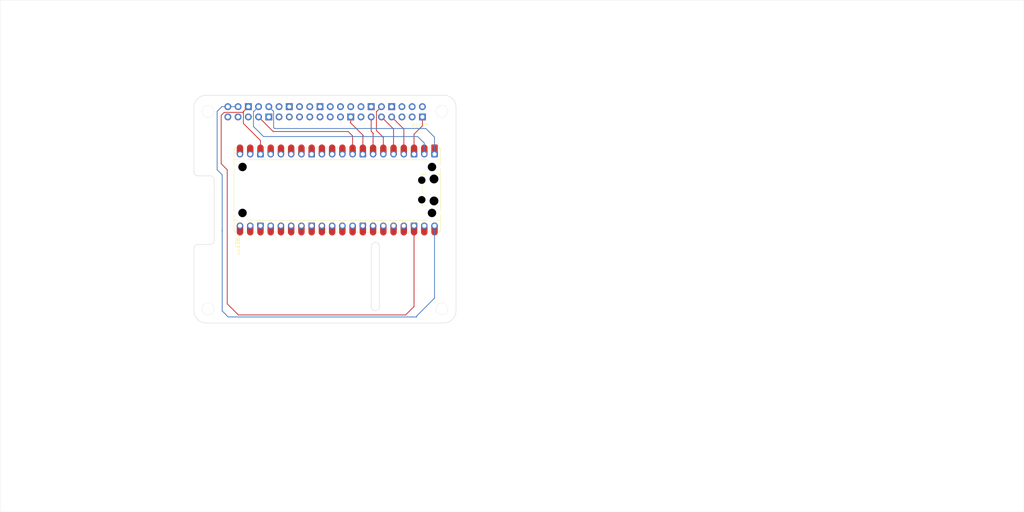
<source format=kicad_pcb>
(kicad_pcb (version 20240108) (generator "pcbnew") (generator_version "8.0")
  (layers (0 "F.Cu" signal) (31 "B.Cu" signal) (34 "B.Paste" user) (35 "F.Paste" user) (36 "B.SilkS" user "B.Silkscreen") (37 "F.SilkS" user "F.Silkscreen") (38 "B.Mask" user) (39 "F.Mask" user) (44 "Edge.Cuts" user))
  (net 0 "")
  (footprint "RPI_Hat:RPI_Hat_B+" (layer "F.Cu") (at 106 53)
    (property "Reference" "REF**" (at 23.5 3.5 0) (layer "F.SilkS") (effects (font (thickness 0.1))))
    (property "Value" "RPI_Hat_B+")
    (fp_line (start -32.5 -1) (end -32.5 15) (stroke (width 0.1)) (layer "Edge.Cuts"))
    (fp_line (start -32.5 34) (end -32.5 49.5) (stroke (width 0.1)) (layer "Edge.Cuts"))
    (fp_line (start -31.5 16) (end -28.5 16) (stroke (width 0.1)) (layer "Edge.Cuts"))
    (fp_line (start -31.5 33) (end -28.5 33) (stroke (width 0.1)) (layer "Edge.Cuts"))
    (fp_line (start -29.5 -4) (end 29.5 -4) (stroke (width 0.1)) (layer "Edge.Cuts"))
    (fp_line (start -29.5 52.5) (end 29.5 52.5) (stroke (width 0.1)) (layer "Edge.Cuts"))
    (fp_line (start -27.5 17) (end -27.5 32) (stroke (width 0.1)) (layer "Edge.Cuts"))
    (fp_line (start 11.5 33.5) (end 11.5 48.5) (stroke (width 0.1)) (layer "Edge.Cuts"))
    (fp_line (start 13.5 33.5) (end 13.5 48.5) (stroke (width 0.1)) (layer "Edge.Cuts"))
    (fp_line (start 32.5 -1) (end 32.5 49.5) (stroke (width 0.1)) (layer "Edge.Cuts"))
    (fp_arc (start -32.5 -1) (mid -31.62132 -3.12132) (end -29.5 -4) (stroke (width 0.1)) (layer "Edge.Cuts"))
    (fp_arc (start -32.5 34) (mid -32.207107 33.292893) (end -31.5 33) (stroke (width 0.1)) (layer "Edge.Cuts"))
    (fp_arc (start -31.5 16) (mid -32.207107 15.707107) (end -32.5 15) (stroke (width 0.1)) (layer "Edge.Cuts"))
    (fp_arc (start -29.5 52.5) (mid -31.62132 51.62132) (end -32.5 49.5) (stroke (width 0.1)) (layer "Edge.Cuts"))
    (fp_arc (start -28.5 16) (mid -27.792893 16.292893) (end -27.5 17) (stroke (width 0.1)) (layer "Edge.Cuts"))
    (fp_arc (start -27.5 32) (mid -27.792893 32.707107) (end -28.5 33) (stroke (width 0.1)) (layer "Edge.Cuts"))
    (fp_arc (start 11.5 33.5) (mid 12.5 32.5) (end 13.5 33.5) (stroke (width 0.1)) (layer "Edge.Cuts"))
    (fp_arc (start 13.5 48.5) (mid 12.5 49.5) (end 11.5 48.5) (stroke (width 0.1)) (layer "Edge.Cuts"))
    (fp_arc (start 29.5 -4) (mid 31.62132 -3.12132) (end 32.5 -1) (stroke (width 0.1)) (layer "Edge.Cuts"))
    (fp_arc (start 32.5 49.5) (mid 31.62132 51.62132) (end 29.5 52.5) (stroke (width 0.1)) (layer "Edge.Cuts"))
    (fp_circle (center -29 0) (end -30.500001 -0.000001) (stroke (width 0.05)) (fill none) (layer "Edge.Cuts"))
    (fp_circle (center -29 49) (end -30.500001 49.000001) (stroke (width 0.05)) (fill none) (layer "Edge.Cuts"))
    (fp_circle (center 29 0) (end 30.500001 -0.000001) (stroke (width 0.05)) (fill none) (layer "Edge.Cuts"))
    (fp_circle (center 29 49) (end 30.500001 49.000001) (stroke (width 0.05)) (fill none) (layer "Edge.Cuts"))
    (pad "1" thru_hole circle (at -24.1 1.378 90) (size 1.7 1.7) (drill 1) (layers "*.Cu" "*.Mask"))
    (pad "2" thru_hole oval (at -24.1 -1.162 90) (size 1.7 1.7) (drill 1) (layers "*.Cu" "*.Mask"))
    (pad "3" thru_hole oval (at -21.56 1.378 90) (size 1.7 1.7) (drill 1) (layers "*.Cu" "*.Mask"))
    (pad "4" thru_hole oval (at -21.56 -1.162 90) (size 1.7 1.7) (drill 1) (layers "*.Cu" "*.Mask"))
    (pad "5" thru_hole oval (at -19.02 1.378 90) (size 1.7 1.7) (drill 1) (layers "*.Cu" "*.Mask"))
    (pad "6" thru_hole rect (at -19.02 -1.162 90) (size 1.7 1.7) (drill 1) (layers "*.Cu" "*.Mask"))
    (pad "7" thru_hole oval (at -16.48 1.378 90) (size 1.7 1.7) (drill 1) (layers "*.Cu" "*.Mask"))
    (pad "8" thru_hole oval (at -16.48 -1.162 90) (size 1.7 1.7) (drill 1) (layers "*.Cu" "*.Mask"))
    (pad "9" thru_hole rect (at -13.94 1.378 90) (size 1.7 1.7) (drill 1) (layers "*.Cu" "*.Mask"))
    (pad "10" thru_hole oval (at -13.94 -1.162 90) (size 1.7 1.7) (drill 1) (layers "*.Cu" "*.Mask"))
    (pad "11" thru_hole oval (at -11.4 1.378 90) (size 1.7 1.7) (drill 1) (layers "*.Cu" "*.Mask"))
    (pad "12" thru_hole oval (at -11.4 -1.162 90) (size 1.7 1.7) (drill 1) (layers "*.Cu" "*.Mask"))
    (pad "13" thru_hole oval (at -8.86 1.378 90) (size 1.7 1.7) (drill 1) (layers "*.Cu" "*.Mask"))
    (pad "14" thru_hole rect (at -8.86 -1.162 90) (size 1.7 1.7) (drill 1) (layers "*.Cu" "*.Mask"))
    (pad "15" thru_hole oval (at -6.32 1.378 90) (size 1.7 1.7) (drill 1) (layers "*.Cu" "*.Mask"))
    (pad "16" thru_hole oval (at -6.32 -1.162 90) (size 1.7 1.7) (drill 1) (layers "*.Cu" "*.Mask"))
    (pad "17" thru_hole oval (at -3.78 1.378 90) (size 1.7 1.7) (drill 1) (layers "*.Cu" "*.Mask"))
    (pad "18" thru_hole oval (at -3.78 -1.162 90) (size 1.7 1.7) (drill 1) (layers "*.Cu" "*.Mask"))
    (pad "19" thru_hole oval (at -1.24 1.378 90) (size 1.7 1.7) (drill 1) (layers "*.Cu" "*.Mask"))
    (pad "20" thru_hole rect (at -1.24 -1.162 90) (size 1.7 1.7) (drill 1) (layers "*.Cu" "*.Mask"))
    (pad "21" thru_hole oval (at 1.3 1.378 90) (size 1.7 1.7) (drill 1) (layers "*.Cu" "*.Mask"))
    (pad "22" thru_hole oval (at 1.3 -1.162 90) (size 1.7 1.7) (drill 1) (layers "*.Cu" "*.Mask"))
    (pad "23" thru_hole oval (at 3.84 1.378 90) (size 1.7 1.7) (drill 1) (layers "*.Cu" "*.Mask"))
    (pad "24" thru_hole oval (at 3.84 -1.162 90) (size 1.7 1.7) (drill 1) (layers "*.Cu" "*.Mask"))
    (pad "25" thru_hole rect (at 6.38 1.378 90) (size 1.7 1.7) (drill 1) (layers "*.Cu" "*.Mask"))
    (pad "26" thru_hole oval (at 6.38 -1.162 90) (size 1.7 1.7) (drill 1) (layers "*.Cu" "*.Mask"))
    (pad "27" thru_hole oval (at 8.92 1.378 90) (size 1.7 1.7) (drill 1) (layers "*.Cu" "*.Mask"))
    (pad "28" thru_hole oval (at 8.92 -1.162 90) (size 1.7 1.7) (drill 1) (layers "*.Cu" "*.Mask"))
    (pad "29" thru_hole oval (at 11.46 1.378 90) (size 1.7 1.7) (drill 1) (layers "*.Cu" "*.Mask"))
    (pad "30" thru_hole rect (at 11.46 -1.162 90) (size 1.7 1.7) (drill 1) (layers "*.Cu" "*.Mask"))
    (pad "31" thru_hole oval (at 14 1.378 90) (size 1.7 1.7) (drill 1) (layers "*.Cu" "*.Mask"))
    (pad "32" thru_hole oval (at 14 -1.162 90) (size 1.7 1.7) (drill 1) (layers "*.Cu" "*.Mask"))
    (pad "33" thru_hole oval (at 16.54 1.378 90) (size 1.7 1.7) (drill 1) (layers "*.Cu" "*.Mask"))
    (pad "34" thru_hole rect (at 16.54 -1.162 90) (size 1.7 1.7) (drill 1) (layers "*.Cu" "*.Mask"))
    (pad "35" thru_hole oval (at 19.08 1.378 90) (size 1.7 1.7) (drill 1) (layers "*.Cu" "*.Mask"))
    (pad "36" thru_hole oval (at 19.08 -1.162 90) (size 1.7 1.7) (drill 1) (layers "*.Cu" "*.Mask"))
    (pad "37" thru_hole oval (at 21.62 1.378 90) (size 1.7 1.7) (drill 1) (layers "*.Cu" "*.Mask"))
    (pad "38" thru_hole oval (at 21.62 -1.162 90) (size 1.7 1.7) (drill 1) (layers "*.Cu" "*.Mask"))
    (pad "39" thru_hole rect (at 24.16 1.378 90) (size 1.7 1.7) (drill 1) (layers "*.Cu" "*.Mask"))
    (pad "40" thru_hole oval (at 24.16 -1.162 90) (size 1.7 1.7) (drill 1) (layers "*.Cu" "*.Mask"))
  )
  (footprint "Module_RaspberryPi_Pico:RaspberryPi_Pico_Common_MountingHoles" (layer "F.Cu") (at 109.0375 72.5 -90)
    (property "Reference" "REF**" (at 11.7475 24.765 -90) (layer "F.SilkS") (effects (justify left)))
    (property "Value" "RaspberryPi_Pico_Common_MountingHoles")
    (fp_line (start -10 25.61) (end -6.162061 25.61) (stroke (width 0.12)) (layer "F.SilkS"))
    (fp_line (start -3.6 25.61) (end -5.237939 25.61) (stroke (width 0.12)) (layer "F.SilkS"))
    (fp_line (start 3.6 25.61) (end -3.6 25.61) (stroke (width 0.12)) (layer "F.SilkS"))
    (fp_line (start 5.237939 25.61) (end 3.6 25.61) (stroke (width 0.12)) (layer "F.SilkS"))
    (fp_line (start 6.162061 25.61) (end 10 25.61) (stroke (width 0.12)) (layer "F.SilkS"))
    (fp_line (start -10.27 25.189937) (end -10.27 25.547) (stroke (width 0.12)) (layer "F.SilkS"))
    (fp_line (start 10.27 25.189937) (end 10.27 25.547) (stroke (width 0.12)) (layer "F.SilkS"))
    (fp_line (start -7.51 24.69648) (end -7.51 25.61) (stroke (width 0.12)) (layer "F.SilkS"))
    (fp_line (start 7.51 24.69648) (end 7.51 25.61) (stroke (width 0.12)) (layer "F.SilkS"))
    (fp_line (start -10.61 22.65) (end -10.61 23.07) (stroke (width 0.12)) (layer "F.SilkS"))
    (fp_line (start -10.27 22.65) (end -10.27 23.07) (stroke (width 0.12)) (layer "F.SilkS"))
    (fp_line (start 10.27 22.65) (end 10.27 23.07) (stroke (width 0.12)) (layer "F.SilkS"))
    (fp_line (start 10.61 22.65) (end 10.61 23.07) (stroke (width 0.12)) (layer "F.SilkS"))
    (fp_line (start -10.61 20.11) (end -10.61 20.53) (stroke (width 0.12)) (layer "F.SilkS"))
    (fp_line (start -10.27 20.11) (end -10.27 20.53) (stroke (width 0.12)) (layer "F.SilkS"))
    (fp_line (start 10.27 20.11) (end 10.27 20.53) (stroke (width 0.12)) (layer "F.SilkS"))
    (fp_line (start 10.61 20.11) (end 10.61 20.53) (stroke (width 0.12)) (layer "F.SilkS"))
    (fp_line (start -10.61 17.57) (end -10.61 17.99) (stroke (width 0.12)) (layer "F.SilkS"))
    (fp_line (start -10.27 17.57) (end -10.27 17.99) (stroke (width 0.12)) (layer "F.SilkS"))
    (fp_line (start 10.27 17.57) (end 10.27 17.99) (stroke (width 0.12)) (layer "F.SilkS"))
    (fp_line (start 10.61 17.57) (end 10.61 17.99) (stroke (width 0.12)) (layer "F.SilkS"))
    (fp_line (start -10.61 15.03) (end -10.61 15.45) (stroke (width 0.12)) (layer "F.SilkS"))
    (fp_line (start -10.27 15.03) (end -10.27 15.45) (stroke (width 0.12)) (layer "F.SilkS"))
    (fp_line (start 10.27 15.03) (end 10.27 15.45) (stroke (width 0.12)) (layer "F.SilkS"))
    (fp_line (start 10.61 15.03) (end 10.61 15.45) (stroke (width 0.12)) (layer "F.SilkS"))
    (fp_line (start -10.61 12.49) (end -10.61 12.91) (stroke (width 0.12)) (layer "F.SilkS"))
    (fp_line (start -10.27 12.49) (end -10.27 12.91) (stroke (width 0.12)) (layer "F.SilkS"))
    (fp_line (start 10.27 12.49) (end 10.27 12.91) (stroke (width 0.12)) (layer "F.SilkS"))
    (fp_line (start 10.61 12.49) (end 10.61 12.91) (stroke (width 0.12)) (layer "F.SilkS"))
    (fp_line (start -10.61 9.95) (end -10.61 10.37) (stroke (width 0.12)) (layer "F.SilkS"))
    (fp_line (start -10.27 9.95) (end -10.27 10.37) (stroke (width 0.12)) (layer "F.SilkS"))
    (fp_line (start 10.27 9.95) (end 10.27 10.37) (stroke (width 0.12)) (layer "F.SilkS"))
    (fp_line (start 10.61 9.95) (end 10.61 10.37) (stroke (width 0.12)) (layer "F.SilkS"))
    (fp_line (start -10.61 7.41) (end -10.61 7.83) (stroke (width 0.12)) (layer "F.SilkS"))
    (fp_line (start -10.27 7.41) (end -10.27 7.83) (stroke (width 0.12)) (layer "F.SilkS"))
    (fp_line (start 10.27 7.41) (end 10.27 7.83) (stroke (width 0.12)) (layer "F.SilkS"))
    (fp_line (start 10.61 7.41) (end 10.61 7.83) (stroke (width 0.12)) (layer "F.SilkS"))
    (fp_line (start -10.61 4.87) (end -10.61 5.29) (stroke (width 0.12)) (layer "F.SilkS"))
    (fp_line (start -10.27 4.87) (end -10.27 5.29) (stroke (width 0.12)) (layer "F.SilkS"))
    (fp_line (start 10.27 4.87) (end 10.27 5.29) (stroke (width 0.12)) (layer "F.SilkS"))
    (fp_line (start 10.61 4.87) (end 10.61 5.29) (stroke (width 0.12)) (layer "F.SilkS"))
    (fp_line (start -10.61 2.33) (end -10.61 2.75) (stroke (width 0.12)) (layer "F.SilkS"))
    (fp_line (start -10.27 2.33) (end -10.27 2.75) (stroke (width 0.12)) (layer "F.SilkS"))
    (fp_line (start 10.27 2.33) (end 10.27 2.75) (stroke (width 0.12)) (layer "F.SilkS"))
    (fp_line (start 10.61 2.33) (end 10.61 2.75) (stroke (width 0.12)) (layer "F.SilkS"))
    (fp_line (start -10.61 -0.21) (end -10.61 0.21) (stroke (width 0.12)) (layer "F.SilkS"))
    (fp_line (start -10.27 -0.21) (end -10.27 0.21) (stroke (width 0.12)) (layer "F.SilkS"))
    (fp_line (start 10.27 -0.21) (end 10.27 0.21) (stroke (width 0.12)) (layer "F.SilkS"))
    (fp_line (start 10.61 -0.21) (end 10.61 0.21) (stroke (width 0.12)) (layer "F.SilkS"))
    (fp_line (start -10.61 -2.75) (end -10.61 -2.33) (stroke (width 0.12)) (layer "F.SilkS"))
    (fp_line (start -10.27 -2.75) (end -10.27 -2.33) (stroke (width 0.12)) (layer "F.SilkS"))
    (fp_line (start 10.27 -2.75) (end 10.27 -2.33) (stroke (width 0.12)) (layer "F.SilkS"))
    (fp_line (start 10.61 -2.75) (end 10.61 -2.33) (stroke (width 0.12)) (layer "F.SilkS"))
    (fp_line (start -10.61 -5.29) (end -10.61 -4.87) (stroke (width 0.12)) (layer "F.SilkS"))
    (fp_line (start -10.27 -5.29) (end -10.27 -4.87) (stroke (width 0.12)) (layer "F.SilkS"))
    (fp_line (start 10.27 -5.29) (end 10.27 -4.87) (stroke (width 0.12)) (layer "F.SilkS"))
    (fp_line (start 10.61 -5.29) (end 10.61 -4.87) (stroke (width 0.12)) (layer "F.SilkS"))
    (fp_line (start -10.61 -7.83) (end -10.61 -7.41) (stroke (width 0.12)) (layer "F.SilkS"))
    (fp_line (start -10.27 -7.83) (end -10.27 -7.41) (stroke (width 0.12)) (layer "F.SilkS"))
    (fp_line (start 10.27 -7.83) (end 10.27 -7.41) (stroke (width 0.12)) (layer "F.SilkS"))
    (fp_line (start 10.61 -7.83) (end 10.61 -7.41) (stroke (width 0.12)) (layer "F.SilkS"))
    (fp_line (start -10.61 -10.37) (end -10.61 -9.95) (stroke (width 0.12)) (layer "F.SilkS"))
    (fp_line (start -10.27 -10.37) (end -10.27 -9.95) (stroke (width 0.12)) (layer "F.SilkS"))
    (fp_line (start 10.27 -10.37) (end 10.27 -9.95) (stroke (width 0.12)) (layer "F.SilkS"))
    (fp_line (start 10.61 -10.37) (end 10.61 -9.95) (stroke (width 0.12)) (layer "F.SilkS"))
    (fp_line (start -10.61 -12.91) (end -10.61 -12.49) (stroke (width 0.12)) (layer "F.SilkS"))
    (fp_line (start -10.27 -12.91) (end -10.27 -12.49) (stroke (width 0.12)) (layer "F.SilkS"))
    (fp_line (start 10.27 -12.91) (end 10.27 -12.49) (stroke (width 0.12)) (layer "F.SilkS"))
    (fp_line (start 10.61 -12.91) (end 10.61 -12.49) (stroke (width 0.12)) (layer "F.SilkS"))
    (fp_line (start -10.61 -15.45) (end -10.61 -15.03) (stroke (width 0.12)) (layer "F.SilkS"))
    (fp_line (start -10.27 -15.45) (end -10.27 -15.03) (stroke (width 0.12)) (layer "F.SilkS"))
    (fp_line (start 10.27 -15.45) (end 10.27 -15.03) (stroke (width 0.12)) (layer "F.SilkS"))
    (fp_line (start 10.61 -15.45) (end 10.61 -15.03) (stroke (width 0.12)) (layer "F.SilkS"))
    (fp_line (start -10.61 -17.99) (end -10.61 -17.57) (stroke (width 0.12)) (layer "F.SilkS"))
    (fp_line (start -10.27 -17.99) (end -10.27 -17.57) (stroke (width 0.12)) (layer "F.SilkS"))
    (fp_line (start 10.27 -17.99) (end 10.27 -17.57) (stroke (width 0.12)) (layer "F.SilkS"))
    (fp_line (start 10.61 -17.99) (end 10.61 -17.57) (stroke (width 0.12)) (layer "F.SilkS"))
    (fp_line (start -10.61 -20.53) (end -10.61 -20.11) (stroke (width 0.12)) (layer "F.SilkS"))
    (fp_line (start -10.27 -20.53) (end -10.27 -20.11) (stroke (width 0.12)) (layer "F.SilkS"))
    (fp_line (start 10.27 -20.53) (end 10.27 -20.11) (stroke (width 0.12)) (layer "F.SilkS"))
    (fp_line (start 10.61 -20.53) (end 10.61 -20.11) (stroke (width 0.12)) (layer "F.SilkS"))
    (fp_line (start -3.9 -21.09) (end -3.60391 -21.09) (stroke (width 0.12)) (layer "F.SilkS"))
    (fp_line (start -1.24609 -21.09) (end 1.24609 -21.09) (stroke (width 0.12)) (layer "F.SilkS"))
    (fp_line (start 3.60391 -21.09) (end 3.9 -21.09) (stroke (width 0.12)) (layer "F.SilkS"))
    (fp_line (start -7.51 -22.30352) (end -7.51 22.30352) (stroke (width 0.12)) (layer "F.SilkS"))
    (fp_line (start 7.51 -22.30352) (end 7.51 22.30352) (stroke (width 0.12)) (layer "F.SilkS"))
    (fp_line (start -3.9 -22.306) (end -3.9 -21.09) (stroke (width 0.12)) (layer "F.SilkS"))
    (fp_line (start 3.9 -22.306) (end 3.9 -21.09) (stroke (width 0.12)) (layer "F.SilkS"))
    (fp_line (start -10.61 -23.07) (end -10.61 -22.65) (stroke (width 0.12)) (layer "F.SilkS"))
    (fp_line (start -10.61 -23.07) (end -11.09 -23.07) (stroke (width 0.12)) (layer "F.SilkS"))
    (fp_line (start -10.27 -23.07) (end -10.27 -22.65) (stroke (width 0.12)) (layer "F.SilkS"))
    (fp_line (start 10.27 -23.07) (end 10.27 -22.65) (stroke (width 0.12)) (layer "F.SilkS"))
    (fp_line (start 10.61 -23.07) (end 10.61 -22.65) (stroke (width 0.12)) (layer "F.SilkS"))
    (fp_line (start -10.27 -25.189937) (end -10.27 -25.547) (stroke (width 0.12)) (layer "F.SilkS"))
    (fp_line (start 10.27 -25.189937) (end 10.27 -25.547) (stroke (width 0.12)) (layer "F.SilkS"))
    (fp_line (start -10.579676 -25.19) (end -11.09 -25.19) (stroke (width 0.12)) (layer "F.SilkS"))
    (fp_line (start -10 -25.61) (end -7.51 -25.61) (stroke (width 0.12)) (layer "F.SilkS"))
    (fp_line (start -7.51 -25.61) (end -7.51 -24.69648) (stroke (width 0.12)) (layer "F.SilkS"))
    (fp_line (start -7.51 -25.61) (end -6.16206 -25.61) (stroke (width 0.12)) (layer "F.SilkS"))
    (fp_line (start -5.237939 -25.61) (end -4.235 -25.61) (stroke (width 0.12)) (layer "F.SilkS"))
    (fp_line (start -4.235 -25.61) (end 4.235 -25.61) (stroke (width 0.12)) (layer "F.SilkS"))
    (fp_line (start -3.9 -25.61) (end -3.9 -24.694) (stroke (width 0.12)) (layer "F.SilkS"))
    (fp_line (start 3.9 -25.61) (end 3.9 -24.694) (stroke (width 0.12)) (layer "F.SilkS"))
    (fp_line (start 4.235 -25.61) (end 5.237939 -25.61) (stroke (width 0.12)) (layer "F.SilkS"))
    (fp_line (start 6.162061 -25.61) (end 7.51 -25.61) (stroke (width 0.12)) (layer "F.SilkS"))
    (fp_line (start 7.51 -25.61) (end 7.51 -24.69648) (stroke (width 0.12)) (layer "F.SilkS"))
    (fp_line (start 10 -25.61) (end 7.51 -25.61) (stroke (width 0.12)) (layer "F.SilkS"))
    (fp_arc (start -10 25.61) (mid -10.357937 25.493944) (end -10.579676 25.189937) (stroke (width 0.12)) (layer "F.SilkS"))
    (fp_arc (start 10.579676 25.189937) (mid 10.357958 25.493991) (end 10 25.61) (stroke (width 0.12)) (layer "F.SilkS"))
    (fp_arc (start -10.579676 -25.19) (mid -10.357916 -25.49396) (end -10 -25.61) (stroke (width 0.12)) (layer "F.SilkS"))
    (fp_arc (start 10 -25.61) (mid 10.357937 -25.493944) (end 10.579676 -25.189937) (stroke (width 0.12)) (layer "F.SilkS"))
    (pad "" np_thru_hole circle (at -5.7 -23.5 270) (size 3.8 3.8) (drill 2.1) (layers "*.Mask") (clearance 1.05))
    (pad "" np_thru_hole circle (at -5.7 23.5 270) (size 3.8 3.8) (drill 2.1) (layers "*.Mask") (clearance 1.05))
    (pad "" np_thru_hole circle (at -2.725 -24 270) (size 2.2 2.2) (drill 2.2) (layers "*.Mask"))
    (pad "" np_thru_hole circle (at -2.425 -20.97 270) (size 1.85 1.85) (drill 1.85) (layers "*.Mask"))
    (pad "" np_thru_hole circle (at 2.425 -20.97 270) (size 1.85 1.85) (drill 1.85) (layers "*.Mask"))
    (pad "" np_thru_hole circle (at 2.725 -24 270) (size 2.2 2.2) (drill 2.2) (layers "*.Mask"))
    (pad "" np_thru_hole circle (at 5.7 -23.5 270) (size 3.8 3.8) (drill 2.1) (layers "*.Mask") (clearance 1.05))
    (pad "" np_thru_hole circle (at 5.7 23.5 270) (size 3.8 3.8) (drill 2.1) (layers "*.Mask") (clearance 1.05))
    (pad "1" thru_hole roundrect (at -8.89 -24.13 270) (size 1.6 1.6) (drill 1) (layers "*.Cu" "*.Mask") (roundrect_rratio 0.125))
    (pad "1" smd custom (at -8.89 -24.13 270) (size 1.6 1.6) (layers "F.Cu" "F.Mask") (options (clearance outline) (anchor circle)) (primitives (gr_poly (pts (xy -2.4 0.6) (xy -2.4 -0.6) (xy -2.2 -0.8) (xy 0 -0.8) (xy 0 0.8) (xy -2.2 0.8)) (width 0) (fill yes)) (gr_circle (center -2.2 0.6) (end -2 0.6) (width 0) (fill yes)) (gr_circle (center -2.2 -0.6) (end -2 -0.6) (width 0) (fill yes))))
    (pad "2" thru_hole circle (at -8.89 -21.59 270) (size 1.6 1.6) (drill 1) (layers "*.Cu" "*.Mask"))
    (pad "2" smd roundrect (at -8.89 -21.59 270) (size 3.2 1.6) (drill (offset -0.8 0)) (layers "F.Cu" "F.Mask") (roundrect_rratio 0.5))
    (pad "3" thru_hole custom (at -8.89 -19.05 270) (size 1.6 1.6) (drill 1) (layers "*.Cu" "*.Mask") (options (clearance outline) (anchor circle)) (primitives (gr_poly (pts (xy 0.8 0.6) (xy 0.8 -0.6) (xy 0.6 -0.8) (xy 0 -0.8) (xy 0 0.8) (xy 0.6 0.8)) (width 0) (fill yes)) (gr_circle (center 0.6 0.6) (end 0.8 0.6) (width 0) (fill yes)) (gr_circle (center 0.6 -0.6) (end 0.8 -0.6) (width 0) (fill yes))))
    (pad "3" smd custom (at -8.89 -19.05 270) (size 1.6 1.6) (layers "F.Cu" "F.Mask") (options (clearance outline) (anchor circle)) (primitives (gr_poly (pts (xy 0.8 -0.6) (xy 0.8 0.6) (xy 0.6 0.8) (xy -1.6 0.8) (xy -1.6 -0.8) (xy 0.6 -0.8)) (width 0) (fill yes)) (gr_circle (center 0.6 0.6) (end 0.8 0.6) (width 0) (fill yes)) (gr_circle (center 0.6 -0.6) (end 0.8 -0.6) (width 0) (fill yes)) (gr_circle (center -1.6 0) (end -0.8 0) (width 0) (fill yes))))
    (pad "4" thru_hole circle (at -8.89 -16.51 270) (size 1.6 1.6) (drill 1) (layers "*.Cu" "*.Mask"))
    (pad "4" smd roundrect (at -8.89 -16.51 270) (size 3.2 1.6) (drill (offset -0.8 0)) (layers "F.Cu" "F.Mask") (roundrect_rratio 0.5))
    (pad "5" thru_hole circle (at -8.89 -13.97 270) (size 1.6 1.6) (drill 1) (layers "*.Cu" "*.Mask"))
    (pad "5" smd roundrect (at -8.89 -13.97 270) (size 3.2 1.6) (drill (offset -0.8 0)) (layers "F.Cu" "F.Mask") (roundrect_rratio 0.5))
    (pad "6" thru_hole circle (at -8.89 -11.43 270) (size 1.6 1.6) (drill 1) (layers "*.Cu" "*.Mask"))
    (pad "6" smd roundrect (at -8.89 -11.43 270) (size 3.2 1.6) (drill (offset -0.8 0)) (layers "F.Cu" "F.Mask") (roundrect_rratio 0.5))
    (pad "7" thru_hole circle (at -8.89 -8.89 270) (size 1.6 1.6) (drill 1) (layers "*.Cu" "*.Mask"))
    (pad "7" smd roundrect (at -8.89 -8.89 270) (size 3.2 1.6) (drill (offset -0.8 0)) (layers "F.Cu" "F.Mask") (roundrect_rratio 0.5))
    (pad "8" thru_hole custom (at -8.89 -6.35 270) (size 1.6 1.6) (drill 1) (layers "*.Cu" "*.Mask") (options (clearance outline) (anchor circle)) (primitives (gr_poly (pts (xy 0.8 0.6) (xy 0.8 -0.6) (xy 0.6 -0.8) (xy 0 -0.8) (xy 0 0.8) (xy 0.6 0.8)) (width 0) (fill yes)) (gr_circle (center 0.6 0.6) (end 0.8 0.6) (width 0) (fill yes)) (gr_circle (center 0.6 -0.6) (end 0.8 -0.6) (width 0) (fill yes))))
    (pad "8" smd custom (at -8.89 -6.35 270) (size 1.6 1.6) (layers "F.Cu" "F.Mask") (options (clearance outline) (anchor circle)) (primitives (gr_poly (pts (xy 0.8 -0.6) (xy 0.8 0.6) (xy 0.6 0.8) (xy -1.6 0.8) (xy -1.6 -0.8) (xy 0.6 -0.8)) (width 0) (fill yes)) (gr_circle (center 0.6 0.6) (end 0.8 0.6) (width 0) (fill yes)) (gr_circle (center 0.6 -0.6) (end 0.8 -0.6) (width 0) (fill yes)) (gr_circle (center -1.6 0) (end -0.8 0) (width 0) (fill yes))))
    (pad "9" thru_hole circle (at -8.89 -3.81 270) (size 1.6 1.6) (drill 1) (layers "*.Cu" "*.Mask"))
    (pad "9" smd roundrect (at -8.89 -3.81 270) (size 3.2 1.6) (drill (offset -0.8 0)) (layers "F.Cu" "F.Mask") (roundrect_rratio 0.5))
    (pad "10" thru_hole circle (at -8.89 -1.27 270) (size 1.6 1.6) (drill 1) (layers "*.Cu" "*.Mask"))
    (pad "10" smd roundrect (at -8.89 -1.27 270) (size 3.2 1.6) (drill (offset -0.8 0)) (layers "F.Cu" "F.Mask") (roundrect_rratio 0.5))
    (pad "11" thru_hole circle (at -8.89 1.27 270) (size 1.6 1.6) (drill 1) (layers "*.Cu" "*.Mask"))
    (pad "11" smd roundrect (at -8.89 1.27 270) (size 3.2 1.6) (drill (offset -0.8 0)) (layers "F.Cu" "F.Mask") (roundrect_rratio 0.5))
    (pad "12" thru_hole circle (at -8.89 3.81 270) (size 1.6 1.6) (drill 1) (layers "*.Cu" "*.Mask"))
    (pad "12" smd roundrect (at -8.89 3.81 270) (size 3.2 1.6) (drill (offset -0.8 0)) (layers "F.Cu" "F.Mask") (roundrect_rratio 0.5))
    (pad "13" thru_hole custom (at -8.89 6.35 270) (size 1.6 1.6) (drill 1) (layers "*.Cu" "*.Mask") (options (clearance outline) (anchor circle)) (primitives (gr_poly (pts (xy 0.8 0.6) (xy 0.8 -0.6) (xy 0.6 -0.8) (xy 0 -0.8) (xy 0 0.8) (xy 0.6 0.8)) (width 0) (fill yes)) (gr_circle (center 0.6 0.6) (end 0.8 0.6) (width 0) (fill yes)) (gr_circle (center 0.6 -0.6) (end 0.8 -0.6) (width 0) (fill yes))))
    (pad "13" smd custom (at -8.89 6.35 270) (size 1.6 1.6) (layers "F.Cu" "F.Mask") (options (clearance outline) (anchor circle)) (primitives (gr_poly (pts (xy 0.8 -0.6) (xy 0.8 0.6) (xy 0.6 0.8) (xy -1.6 0.8) (xy -1.6 -0.8) (xy 0.6 -0.8)) (width 0) (fill yes)) (gr_circle (center 0.6 0.6) (end 0.8 0.6) (width 0) (fill yes)) (gr_circle (center 0.6 -0.6) (end 0.8 -0.6) (width 0) (fill yes)) (gr_circle (center -1.6 0) (end -0.8 0) (width 0) (fill yes))))
    (pad "14" thru_hole circle (at -8.89 8.89 270) (size 1.6 1.6) (drill 1) (layers "*.Cu" "*.Mask"))
    (pad "14" smd roundrect (at -8.89 8.89 270) (size 3.2 1.6) (drill (offset -0.8 0)) (layers "F.Cu" "F.Mask") (roundrect_rratio 0.5))
    (pad "15" thru_hole circle (at -8.89 11.43 270) (size 1.6 1.6) (drill 1) (layers "*.Cu" "*.Mask"))
    (pad "15" smd roundrect (at -8.89 11.43 270) (size 3.2 1.6) (drill (offset -0.8 0)) (layers "F.Cu" "F.Mask") (roundrect_rratio 0.5))
    (pad "16" thru_hole circle (at -8.89 13.97 270) (size 1.6 1.6) (drill 1) (layers "*.Cu" "*.Mask"))
    (pad "16" smd roundrect (at -8.89 13.97 270) (size 3.2 1.6) (drill (offset -0.8 0)) (layers "F.Cu" "F.Mask") (roundrect_rratio 0.5))
    (pad "17" thru_hole circle (at -8.89 16.51 270) (size 1.6 1.6) (drill 1) (layers "*.Cu" "*.Mask"))
    (pad "17" smd roundrect (at -8.89 16.51 270) (size 3.2 1.6) (drill (offset -0.8 0)) (layers "F.Cu" "F.Mask") (roundrect_rratio 0.5))
    (pad "18" thru_hole custom (at -8.89 19.05 270) (size 1.6 1.6) (drill 1) (layers "*.Cu" "*.Mask") (options (clearance outline) (anchor circle)) (primitives (gr_poly (pts (xy 0.8 0.6) (xy 0.8 -0.6) (xy 0.6 -0.8) (xy 0 -0.8) (xy 0 0.8) (xy 0.6 0.8)) (width 0) (fill yes)) (gr_circle (center 0.6 0.6) (end 0.8 0.6) (width 0) (fill yes)) (gr_circle (center 0.6 -0.6) (end 0.8 -0.6) (width 0) (fill yes))))
    (pad "18" smd custom (at -8.89 19.05 270) (size 1.6 1.6) (layers "F.Cu" "F.Mask") (options (clearance outline) (anchor circle)) (primitives (gr_poly (pts (xy 0.8 -0.6) (xy 0.8 0.6) (xy 0.6 0.8) (xy -1.6 0.8) (xy -1.6 -0.8) (xy 0.6 -0.8)) (width 0) (fill yes)) (gr_circle (center 0.6 0.6) (end 0.8 0.6) (width 0) (fill yes)) (gr_circle (center 0.6 -0.6) (end 0.8 -0.6) (width 0) (fill yes)) (gr_circle (center -1.6 0) (end -0.8 0) (width 0) (fill yes))))
    (pad "19" thru_hole circle (at -8.89 21.59 270) (size 1.6 1.6) (drill 1) (layers "*.Cu" "*.Mask"))
    (pad "19" smd roundrect (at -8.89 21.59 270) (size 3.2 1.6) (drill (offset -0.8 0)) (layers "F.Cu" "F.Mask") (roundrect_rratio 0.5))
    (pad "20" thru_hole circle (at -8.89 24.13 270) (size 1.6 1.6) (drill 1) (layers "*.Cu" "*.Mask"))
    (pad "20" smd roundrect (at -8.89 24.13 270) (size 3.2 1.6) (drill (offset -0.8 0)) (layers "F.Cu" "F.Mask") (roundrect_rratio 0.5))
    (pad "21" thru_hole circle (at 8.89 24.13 270) (size 1.6 1.6) (drill 1) (layers "*.Cu" "*.Mask"))
    (pad "21" smd roundrect (at 8.89 24.13 270) (size 3.2 1.6) (drill (offset 0.8 0)) (layers "F.Cu" "F.Mask") (roundrect_rratio 0.5))
    (pad "22" thru_hole circle (at 8.89 21.59 270) (size 1.6 1.6) (drill 1) (layers "*.Cu" "*.Mask"))
    (pad "22" smd roundrect (at 8.89 21.59 270) (size 3.2 1.6) (drill (offset 0.8 0)) (layers "F.Cu" "F.Mask") (roundrect_rratio 0.5))
    (pad "23" thru_hole custom (at 8.89 19.05 270) (size 1.6 1.6) (drill 1) (layers "*.Cu" "*.Mask") (options (clearance outline) (anchor circle)) (primitives (gr_poly (pts (xy -0.8 0.6) (xy -0.8 -0.6) (xy -0.6 -0.8) (xy 0 -0.8) (xy 0 0.8) (xy -0.6 0.8)) (width 0) (fill yes)) (gr_circle (center -0.6 0.6) (end -0.4 0.6) (width 0) (fill yes)) (gr_circle (center -0.6 -0.6) (end -0.4 -0.6) (width 0) (fill yes))))
    (pad "23" smd custom (at 8.89 19.05 270) (size 1.6 1.6) (layers "F.Cu" "F.Mask") (options (clearance outline) (anchor circle)) (primitives (gr_poly (pts (xy -0.8 -0.6) (xy -0.8 0.6) (xy -0.6 0.8) (xy 1.6 0.8) (xy 1.6 -0.8) (xy -0.6 -0.8)) (width 0) (fill yes)) (gr_circle (center -0.6 0.6) (end -0.4 0.6) (width 0) (fill yes)) (gr_circle (center -0.6 -0.6) (end -0.4 -0.6) (width 0) (fill yes)) (gr_circle (center 1.6 0) (end 2.4 0) (width 0) (fill yes))))
    (pad "24" thru_hole circle (at 8.89 16.51 270) (size 1.6 1.6) (drill 1) (layers "*.Cu" "*.Mask"))
    (pad "24" smd roundrect (at 8.89 16.51 270) (size 3.2 1.6) (drill (offset 0.8 0)) (layers "F.Cu" "F.Mask") (roundrect_rratio 0.5))
    (pad "25" thru_hole circle (at 8.89 13.97 270) (size 1.6 1.6) (drill 1) (layers "*.Cu" "*.Mask"))
    (pad "25" smd roundrect (at 8.89 13.97 270) (size 3.2 1.6) (drill (offset 0.8 0)) (layers "F.Cu" "F.Mask") (roundrect_rratio 0.5))
    (pad "26" thru_hole circle (at 8.89 11.43 270) (size 1.6 1.6) (drill 1) (layers "*.Cu" "*.Mask"))
    (pad "26" smd roundrect (at 8.89 11.43 270) (size 3.2 1.6) (drill (offset 0.8 0)) (layers "F.Cu" "F.Mask") (roundrect_rratio 0.5))
    (pad "27" thru_hole circle (at 8.89 8.89 270) (size 1.6 1.6) (drill 1) (layers "*.Cu" "*.Mask"))
    (pad "27" smd roundrect (at 8.89 8.89 270) (size 3.2 1.6) (drill (offset 0.8 0)) (layers "F.Cu" "F.Mask") (roundrect_rratio 0.5))
    (pad "28" thru_hole custom (at 8.89 6.35 270) (size 1.6 1.6) (drill 1) (layers "*.Cu" "*.Mask") (options (clearance outline) (anchor circle)) (primitives (gr_poly (pts (xy -0.8 0.6) (xy -0.8 -0.6) (xy -0.6 -0.8) (xy 0 -0.8) (xy 0 0.8) (xy -0.6 0.8)) (width 0) (fill yes)) (gr_circle (center -0.6 0.6) (end -0.4 0.6) (width 0) (fill yes)) (gr_circle (center -0.6 -0.6) (end -0.4 -0.6) (width 0) (fill yes))))
    (pad "28" smd custom (at 8.89 6.35 270) (size 1.6 1.6) (layers "F.Cu" "F.Mask") (options (clearance outline) (anchor circle)) (primitives (gr_poly (pts (xy -0.8 -0.6) (xy -0.8 0.6) (xy -0.6 0.8) (xy 1.6 0.8) (xy 1.6 -0.8) (xy -0.6 -0.8)) (width 0) (fill yes)) (gr_circle (center -0.6 0.6) (end -0.4 0.6) (width 0) (fill yes)) (gr_circle (center -0.6 -0.6) (end -0.4 -0.6) (width 0) (fill yes)) (gr_circle (center 1.6 0) (end 2.4 0) (width 0) (fill yes))))
    (pad "29" thru_hole circle (at 8.89 3.81 270) (size 1.6 1.6) (drill 1) (layers "*.Cu" "*.Mask"))
    (pad "29" smd roundrect (at 8.89 3.81 270) (size 3.2 1.6) (drill (offset 0.8 0)) (layers "F.Cu" "F.Mask") (roundrect_rratio 0.5))
    (pad "30" thru_hole circle (at 8.89 1.27 270) (size 1.6 1.6) (drill 1) (layers "*.Cu" "*.Mask"))
    (pad "30" smd roundrect (at 8.89 1.27 270) (size 3.2 1.6) (drill (offset 0.8 0)) (layers "F.Cu" "F.Mask") (roundrect_rratio 0.5))
    (pad "31" thru_hole circle (at 8.89 -1.27 270) (size 1.6 1.6) (drill 1) (layers "*.Cu" "*.Mask"))
    (pad "31" smd roundrect (at 8.89 -1.27 270) (size 3.2 1.6) (drill (offset 0.8 0)) (layers "F.Cu" "F.Mask") (roundrect_rratio 0.5))
    (pad "32" thru_hole circle (at 8.89 -3.81 270) (size 1.6 1.6) (drill 1) (layers "*.Cu" "*.Mask"))
    (pad "32" smd roundrect (at 8.89 -3.81 270) (size 3.2 1.6) (drill (offset 0.8 0)) (layers "F.Cu" "F.Mask") (roundrect_rratio 0.5))
    (pad "33" thru_hole custom (at 8.89 -6.35 270) (size 1.6 1.6) (drill 1) (layers "*.Cu" "*.Mask") (options (clearance outline) (anchor circle)) (primitives (gr_poly (pts (xy -0.8 0.6) (xy -0.8 -0.6) (xy -0.6 -0.8) (xy 0 -0.8) (xy 0 0.8) (xy -0.6 0.8)) (width 0) (fill yes)) (gr_circle (center -0.6 0.6) (end -0.4 0.6) (width 0) (fill yes)) (gr_circle (center -0.6 -0.6) (end -0.4 -0.6) (width 0) (fill yes))))
    (pad "33" smd custom (at 8.89 -6.35 270) (size 1.6 1.6) (layers "F.Cu" "F.Mask") (options (clearance outline) (anchor circle)) (primitives (gr_poly (pts (xy -0.8 -0.6) (xy -0.8 0.6) (xy -0.6 0.8) (xy 1.6 0.8) (xy 1.6 -0.8) (xy -0.6 -0.8)) (width 0) (fill yes)) (gr_circle (center -0.6 0.6) (end -0.4 0.6) (width 0) (fill yes)) (gr_circle (center -0.6 -0.6) (end -0.4 -0.6) (width 0) (fill yes)) (gr_circle (center 1.6 0) (end 2.4 0) (width 0) (fill yes))))
    (pad "34" thru_hole circle (at 8.89 -8.89 270) (size 1.6 1.6) (drill 1) (layers "*.Cu" "*.Mask"))
    (pad "34" smd roundrect (at 8.89 -8.89 270) (size 3.2 1.6) (drill (offset 0.8 0)) (layers "F.Cu" "F.Mask") (roundrect_rratio 0.5))
    (pad "35" thru_hole circle (at 8.89 -11.43 270) (size 1.6 1.6) (drill 1) (layers "*.Cu" "*.Mask"))
    (pad "35" smd roundrect (at 8.89 -11.43 270) (size 3.2 1.6) (drill (offset 0.8 0)) (layers "F.Cu" "F.Mask") (roundrect_rratio 0.5))
    (pad "36" thru_hole circle (at 8.89 -13.97 270) (size 1.6 1.6) (drill 1) (layers "*.Cu" "*.Mask"))
    (pad "36" smd roundrect (at 8.89 -13.97 270) (size 3.2 1.6) (drill (offset 0.8 0)) (layers "F.Cu" "F.Mask") (roundrect_rratio 0.5))
    (pad "37" thru_hole circle (at 8.89 -16.51 270) (size 1.6 1.6) (drill 1) (layers "*.Cu" "*.Mask"))
    (pad "37" smd roundrect (at 8.89 -16.51 270) (size 3.2 1.6) (drill (offset 0.8 0)) (layers "F.Cu" "F.Mask") (roundrect_rratio 0.5))
    (pad "38" thru_hole custom (at 8.89 -19.05 270) (size 1.6 1.6) (drill 1) (layers "*.Cu" "*.Mask") (options (clearance outline) (anchor circle)) (primitives (gr_poly (pts (xy -0.8 0.6) (xy -0.8 -0.6) (xy -0.6 -0.8) (xy 0 -0.8) (xy 0 0.8) (xy -0.6 0.8)) (width 0) (fill yes)) (gr_circle (center -0.6 0.6) (end -0.4 0.6) (width 0) (fill yes)) (gr_circle (center -0.6 -0.6) (end -0.4 -0.6) (width 0) (fill yes))))
    (pad "38" smd custom (at 8.89 -19.05 270) (size 1.6 1.6) (layers "F.Cu" "F.Mask") (options (clearance outline) (anchor circle)) (primitives (gr_poly (pts (xy -0.8 -0.6) (xy -0.8 0.6) (xy -0.6 0.8) (xy 1.6 0.8) (xy 1.6 -0.8) (xy -0.6 -0.8)) (width 0) (fill yes)) (gr_circle (center -0.6 0.6) (end -0.4 0.6) (width 0) (fill yes)) (gr_circle (center -0.6 -0.6) (end -0.4 -0.6) (width 0) (fill yes)) (gr_circle (center 1.6 0) (end 2.4 0) (width 0) (fill yes))))
    (pad "39" thru_hole circle (at 8.89 -21.59 270) (size 1.6 1.6) (drill 1) (layers "*.Cu" "*.Mask"))
    (pad "39" smd roundrect (at 8.89 -21.59 270) (size 3.2 1.6) (drill (offset 0.8 0)) (layers "F.Cu" "F.Mask") (roundrect_rratio 0.5))
    (pad "40" thru_hole circle (at 8.89 -24.13 270) (size 1.6 1.6) (drill 1) (layers "*.Cu" "*.Mask"))
    (pad "40" smd roundrect (at 8.89 -24.13 270) (size 3.2 1.6) (drill (offset 0.8 0)) (layers "F.Cu" "F.Mask") (roundrect_rratio 0.5))
  )
  (gr_line (start 25.4 152.4) (end 25.4 25.4) (stroke (width 0.05)) (layer "Edge.Cuts"))
  (gr_line (start 279.4 25.4) (end 279.4 152.4) (stroke (width 0.05)) (layer "Edge.Cuts"))
  (gr_line (start 25.4 25.4) (end 279.4 25.4) (stroke (width 0.05)) (layer "Edge.Cuts"))
  (gr_line (start 279.4 152.4) (end 25.4 152.4) (stroke (width 0.05)) (layer "Edge.Cuts"))
  (segment (start 85.818 53) (end 86.98 51.838) (width 0.2) (layer "F.Cu") (net 0))
  (segment (start 85.75 56) (end 85.75 53) (width 0.2) (layer "F.Cu") (net 0))
  (segment (start 81.75 100.75) (end 81.75 67.5) (width 0.2) (layer "F.Cu") (net 0))
  (segment (start 123.0075 57.3855) (end 120 54.378) (width 0.2) (layer "F.Cu") (net 0))
  (segment (start 118 58.5) (end 117.9275 58.5725) (width 0.2) (layer "F.Cu") (net 0))
  (segment (start 128.0875 58.6625) (end 128.0875 63.61) (width 0.2) (layer "F.Cu") (net 0))
  (segment (start 89.52 54.378) (end 93.142 58) (width 0.2) (layer "F.Cu") (net 0))
  (segment (start 85.568 53.25) (end 85.818 53) (width 0.2) (layer "F.Cu") (net 0))
  (segment (start 117.46 57.96) (end 118 58.5) (width 0.2) (layer "F.Cu") (net 0))
  (segment (start 84.5 103.5) (end 81.75 100.75) (width 0.2) (layer "F.Cu") (net 0))
  (segment (start 93.142 58) (end 111.75 58) (width 0.2) (layer "F.Cu") (net 0))
  (segment (start 112.38 55.62) (end 112.38 54.378) (width 0.2) (layer "F.Cu") (net 0))
  (segment (start 89.9875 63.61) (end 89.9875 60.2375) (width 0.2) (layer "F.Cu") (net 0))
  (segment (start 118.75 57.75) (end 120.4675 59.4675) (width 0.2) (layer "F.Cu") (net 0))
  (segment (start 117.46 54.378) (end 117.46 57.96) (width 0.2) (layer "F.Cu") (net 0))
  (segment (start 125.5475 57.3855) (end 122.54 54.378) (width 0.2) (layer "F.Cu") (net 0))
  (segment (start 112.25 55.75) (end 112.38 55.62) (width 0.2) (layer "F.Cu") (net 0))
  (segment (start 130.16 54.378) (end 130.16 56.59) (width 0.2) (layer "F.Cu") (net 0))
  (segment (start 115.3875 63.61) (end 115.3875 59.1125) (width 0.2) (layer "F.Cu") (net 0))
  (segment (start 128.0875 81.39) (end 128.0875 101.4125) (width 0.2) (layer "F.Cu") (net 0))
  (segment (start 128.0875 101.4125) (end 126 103.5) (width 0.2) (layer "F.Cu") (net 0))
  (segment (start 112.8475 59.0975) (end 112.8475 63.61) (width 0.2) (layer "F.Cu") (net 0))
  (segment (start 120.4675 59.4675) (end 120.4675 63.61) (width 0.2) (layer "F.Cu") (net 0))
  (segment (start 111.75 58) (end 112.8475 59.0975) (width 0.2) (layer "F.Cu") (net 0))
  (segment (start 115.3875 59.1125) (end 115.5 59) (width 0.2) (layer "F.Cu") (net 0))
  (segment (start 117.9275 58.5725) (end 117.9275 63.61) (width 0.2) (layer "F.Cu") (net 0))
  (segment (start 126 103.5) (end 84.5 103.5) (width 0.2) (layer "F.Cu") (net 0))
  (segment (start 132.89 63.61) (end 133.1675 63.61) (width 0.2) (layer "F.Cu") (net 0))
  (segment (start 130.16 56.59) (end 128.0875 58.6625) (width 0.2) (layer "F.Cu") (net 0))
  (segment (start 115.5 59) (end 112.25 55.75) (width 0.2) (layer "F.Cu") (net 0))
  (segment (start 89.9875 60.2375) (end 85.75 56) (width 0.2) (layer "F.Cu") (net 0))
  (segment (start 80.25 66) (end 80.25 54) (width 0.2) (layer "F.Cu") (net 0))
  (segment (start 85.75 53) (end 85.818 53) (width 0.2) (layer "F.Cu") (net 0))
  (segment (start 81.75 67.5) (end 80.25 66) (width 0.2) (layer "F.Cu") (net 0))
  (segment (start 118.75 53) (end 118.75 57.75) (width 0.2) (layer "F.Cu") (net 0))
  (segment (start 125.5475 63.61) (end 125.5475 57.3855) (width 0.2) (layer "F.Cu") (net 0))
  (segment (start 80.25 54) (end 81 53.25) (width 0.2) (layer "F.Cu") (net 0))
  (segment (start 120 51.838) (end 118.838 53) (width 0.2) (layer "F.Cu") (net 0))
  (segment (start 123.0075 63.61) (end 123.0075 57.3855) (width 0.2) (layer "F.Cu") (net 0))
  (segment (start 81 53.25) (end 85.568 53.25) (width 0.2) (layer "F.Cu") (net 0))
  (segment (start 118.838 53) (end 118.75 53) (width 0.2) (layer "F.Cu") (net 0))
  (segment (start 131 57.25) (end 133.1675 59.4175) (width 0.2) (layer "B.Cu") (net 0))
  (segment (start 90.75 59.25) (end 129 59.25) (width 0.2) (layer "B.Cu") (net 0))
  (segment (start 79.25 53) (end 79.25 67.5) (width 0.2) (layer "B.Cu") (net 0))
  (segment (start 131 57.25) (end 93.5 57.25) (width 0.2) (layer "B.Cu") (net 0))
  (segment (start 80.5 82.5) (end 80.5 82.75) (width 0.2) (layer "B.Cu") (net 0))
  (segment (start 93.5 57.25) (end 93.25 57) (width 0.2) (layer "B.Cu") (net 0))
  (segment (start 129 59.25) (end 130.6275 60.8775) (width 0.2) (layer "B.Cu") (net 0))
  (segment (start 128.75 104) (end 81.980941 104) (width 0.2) (layer "B.Cu") (net 0))
  (segment (start 133.1675 63.61) (end 133.5675 63.21) (width 0.2) (layer "B.Cu") (net 0))
  (segment (start 130.6275 60.8775) (end 130.6275 63.61) (width 0.2) (layer "B.Cu") (net 0))
  (segment (start 93.25 53) (end 93.222 53) (width 0.2) (layer "B.Cu") (net 0))
  (segment (start 88.358 53) (end 88.25 53) (width 0.2) (layer "B.Cu") (net 0))
  (segment (start 89.52 51.838) (end 88.358 53) (width 0.2) (layer "B.Cu") (net 0))
  (segment (start 133.1675 99.3325) (end 128.75 103.75) (width 0.2) (layer "B.Cu") (net 0))
  (segment (start 79.25 67.5) (end 80.5 68.75) (width 0.2) (layer "B.Cu") (net 0))
  (segment (start 93.222 53) (end 92.06 51.838) (width 0.2) (layer "B.Cu") (net 0))
  (segment (start 80.412 51.838) (end 79.25 53) (width 0.2) (layer "B.Cu") (net 0))
  (segment (start 80.5 68.75) (end 80.5 69) (width 0.2) (layer "B.Cu") (net 0))
  (segment (start 84.44 51.838) (end 81.9 51.838) (width 0.2) (layer "B.Cu") (net 0))
  (segment (start 80.5 69) (end 80.5 82.5) (width 0.2) (layer "B.Cu") (net 0))
  (segment (start 81.980941 104) (end 80.5 102.519059) (width 0.2) (layer "B.Cu") (net 0))
  (segment (start 81.9 51.838) (end 80.412 51.838) (width 0.2) (layer "B.Cu") (net 0))
  (segment (start 128.75 103.75) (end 128.75 104) (width 0.2) (layer "B.Cu") (net 0))
  (segment (start 88.25 56.75) (end 90.75 59.25) (width 0.2) (layer "B.Cu") (net 0))
  (segment (start 88.25 53) (end 88.25 56.75) (width 0.2) (layer "B.Cu") (net 0))
  (segment (start 93.25 57) (end 93.25 53) (width 0.2) (layer "B.Cu") (net 0))
  (segment (start 133.1675 81.39) (end 133.1675 99.3325) (width 0.2) (layer "B.Cu") (net 0))
  (segment (start 133.1675 59.4175) (end 133.1675 63.61) (width 0.2) (layer "B.Cu") (net 0))
  (segment (start 80.5 102.519059) (end 80.5 82.5) (width 0.2) (layer "B.Cu") (net 0))
)
</source>
